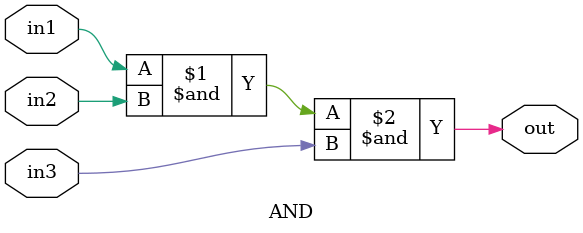
<source format=v>
/* Verilog Code AND 3bits
 * Programmer: M. Canesche
 */

module AND( in1, in2, in3, out );

    input in1;
    input in2;
    input in3;
    output out;

    assign out = in1 & in2 & in3;

endmodule // and

</source>
